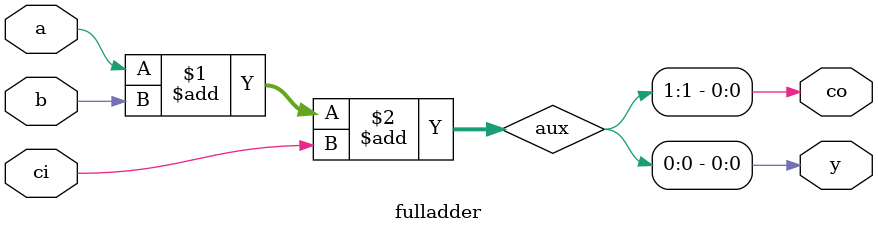
<source format=sv>
module fulladder(input logic a,b,ci, output logic y,co);

			logic[1:0]aux;
			
		assign aux= a + b + ci;
		assign y = aux[0];
		assign co = aux[1];
endmodule
</source>
